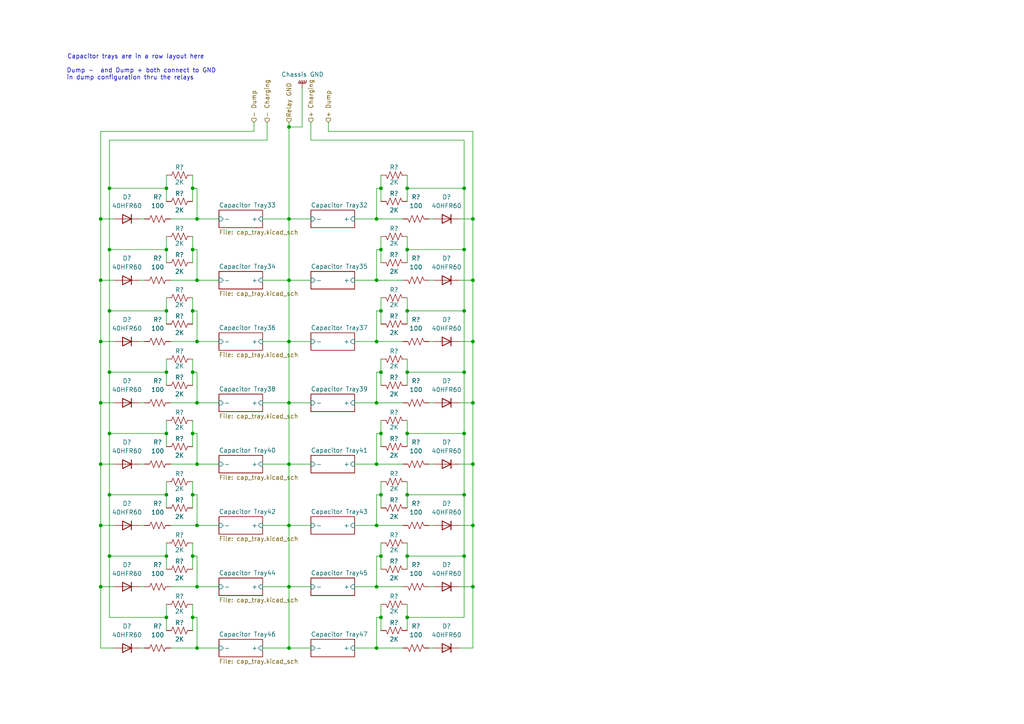
<source format=kicad_sch>
(kicad_sch (version 20231120) (generator "eeschema") (generator_version "8.0")
  (paper "A4")
  (lib_symbols
    (symbol "Device:D" (pin_numbers hide) (pin_names (offset 1.016) hide)
      (property "Reference" "D" (at 0 2.54 0))
      (property "Value" "D" (at 0 -2.54 0))
      (symbol "D_0_1"
        (polyline (pts (xy -1.27 1.27) (xy -1.27 -1.27)) (stroke (width 0.254)))
        (polyline (pts (xy 1.27 0) (xy -1.27 0)))
        (polyline (pts (xy 1.27 1.27) (xy 1.27 -1.27) (xy -1.27 0) (xy 1.27 1.27)) (stroke (width 0.254)))
      )
      (symbol "D_1_1"
        (pin passive line (at -3.81 0 0) (length 2.54) (name "K") (number "1"))
        (pin passive line (at 3.81 0 180) (length 2.54) (name "A") (number "2"))
      )
    )
    (symbol "Device:R_US" (pin_numbers hide) (pin_names (offset 0))
      (property "Reference" "R" (at 2.54 0 90))
      (property "Value" "R_US" (at -2.54 0 90))
      (symbol "R_US_0_1"
        (polyline (pts (xy 0 -2.286) (xy 0 -2.54)))
        (polyline (pts (xy 0 2.286) (xy 0 2.54)))
        (polyline (pts (xy 0 -0.762) (xy 1.016 -1.143) (xy 0 -1.524) (xy -1.016 -1.905) (xy 0 -2.286)))
        (polyline (pts (xy 0 0.762) (xy 1.016 0.381) (xy 0 0) (xy -1.016 -0.381) (xy 0 -0.762)))
        (polyline (pts (xy 0 2.286) (xy 1.016 1.905) (xy 0 1.524) (xy -1.016 1.143) (xy 0 0.762)))
      )
      (symbol "R_US_1_1"
        (pin passive line (at 0 3.81 270) (length 1.27) (name "~") (number "1"))
        (pin passive line (at 0 -3.81 90) (length 1.27) (name "~") (number "2"))
      )
    )
    (symbol "power:GNDPWR" (power) (pin_numbers hide) (pin_names (offset 0) hide)
      (property "Value" "GNDPWR" (at 0 -3.302 0))
      (symbol "GNDPWR_0_1"
        (polyline (pts (xy 0 -1.27) (xy 0 0)))
        (polyline (pts (xy -1.016 -1.27) (xy -1.27 -2.032) (xy -1.27 -2.032)) (stroke (width 0.2032)))
        (polyline (pts (xy -0.508 -1.27) (xy -0.762 -2.032) (xy -0.762 -2.032)) (stroke (width 0.2032)))
        (polyline (pts (xy 0 -1.27) (xy -0.254 -2.032) (xy -0.254 -2.032)) (stroke (width 0.2032)))
        (polyline (pts (xy 0.508 -1.27) (xy 0.254 -2.032) (xy 0.254 -2.032)) (stroke (width 0.2032)))
        (polyline (pts (xy 1.016 -1.27) (xy -1.016 -1.27) (xy -1.016 -1.27)) (stroke (width 0.2032)))
        (polyline (pts (xy 1.016 -1.27) (xy 0.762 -2.032) (xy 0.762 -2.032) (xy 0.762 -2.032)) (stroke (width 0.2032)))
      )
      (symbol "GNDPWR_1_1"
        (pin power_in line (at 0 0 270) (length 0) (name "~") (number "1"))
      )
    )
  )
  (junction (at 57.15 63.5))
  (junction (at 48.26 179.07))
  (junction (at 83.82 152.4))
  (junction (at 57.15 152.4))
  (junction (at 31.75 143.51))
  (junction (at 109.22 63.5))
  (junction (at 48.26 125.73))
  (junction (at 118.11 179.07))
  (junction (at 48.26 161.29))
  (junction (at 109.22 81.28))
  (junction (at 110.49 179.07))
  (junction (at 83.82 116.84))
  (junction (at 29.21 134.62))
  (junction (at 55.88 54.61))
  (junction (at 109.22 134.62))
  (junction (at 110.49 125.73))
  (junction (at 57.15 81.28))
  (junction (at 83.82 99.06))
  (junction (at 29.21 63.5))
  (junction (at 29.21 116.84))
  (junction (at 48.26 72.39))
  (junction (at 110.49 90.17))
  (junction (at 118.11 54.61))
  (junction (at 57.15 116.84))
  (junction (at 55.88 179.07))
  (junction (at 48.26 107.95))
  (junction (at 110.49 107.95))
  (junction (at 134.62 90.17))
  (junction (at 48.26 90.17))
  (junction (at 57.15 99.06))
  (junction (at 31.75 72.39))
  (junction (at 83.82 36.83))
  (junction (at 118.11 143.51))
  (junction (at 118.11 72.39))
  (junction (at 110.49 143.51))
  (junction (at 83.82 134.62))
  (junction (at 109.22 170.18))
  (junction (at 29.21 99.06))
  (junction (at 29.21 170.18))
  (junction (at 118.11 161.29))
  (junction (at 110.49 72.39))
  (junction (at 55.88 161.29))
  (junction (at 137.16 116.84))
  (junction (at 118.11 90.17))
  (junction (at 137.16 134.62))
  (junction (at 31.75 107.95))
  (junction (at 57.15 187.96))
  (junction (at 134.62 143.51))
  (junction (at 29.21 81.28))
  (junction (at 110.49 161.29))
  (junction (at 134.62 72.39))
  (junction (at 134.62 125.73))
  (junction (at 134.62 107.95))
  (junction (at 48.26 143.51))
  (junction (at 31.75 161.29))
  (junction (at 55.88 72.39))
  (junction (at 83.82 187.96))
  (junction (at 83.82 170.18))
  (junction (at 83.82 63.5))
  (junction (at 29.21 152.4))
  (junction (at 57.15 134.62))
  (junction (at 31.75 125.73))
  (junction (at 137.16 81.28))
  (junction (at 118.11 107.95))
  (junction (at 134.62 54.61))
  (junction (at 83.82 81.28))
  (junction (at 109.22 116.84))
  (junction (at 137.16 152.4))
  (junction (at 110.49 54.61))
  (junction (at 55.88 107.95))
  (junction (at 109.22 187.96))
  (junction (at 55.88 125.73))
  (junction (at 55.88 90.17))
  (junction (at 137.16 63.5))
  (junction (at 118.11 125.73))
  (junction (at 109.22 152.4))
  (junction (at 109.22 99.06))
  (junction (at 137.16 170.18))
  (junction (at 57.15 170.18))
  (junction (at 48.26 54.61))
  (junction (at 55.88 143.51))
  (junction (at 31.75 54.61))
  (junction (at 134.62 161.29))
  (junction (at 31.75 90.17))
  (junction (at 137.16 99.06))
  (wire (pts (xy 134.62 40.64) (xy 90.17 40.64)))
  (wire (pts (xy 83.82 116.84) (xy 83.82 134.62)))
  (wire (pts (xy 83.82 152.4) (xy 90.17 152.4)))
  (wire (pts (xy 109.22 134.62) (xy 102.87 134.62)))
  (wire (pts (xy 134.62 107.95) (xy 118.11 107.95)))
  (wire (pts (xy 49.53 187.96) (xy 57.15 187.96)))
  (wire (pts (xy 31.75 107.95) (xy 48.26 107.95)))
  (wire (pts (xy 125.73 187.96) (xy 124.46 187.96)))
  (wire (pts (xy 31.75 125.73) (xy 48.26 125.73)))
  (wire (pts (xy 29.21 152.4) (xy 33.02 152.4)))
  (wire (pts (xy 110.49 161.29) (xy 110.49 165.1)))
  (wire (pts (xy 57.15 134.62) (xy 63.5 134.62)))
  (wire (pts (xy 48.26 68.58) (xy 48.26 72.39)))
  (wire (pts (xy 116.84 170.18) (xy 109.22 170.18)))
  (wire (pts (xy 87.63 25.4) (xy 87.63 36.83)))
  (wire (pts (xy 76.2 170.18) (xy 83.82 170.18)))
  (wire (pts (xy 48.26 143.51) (xy 48.26 147.32)))
  (wire (pts (xy 125.73 63.5) (xy 124.46 63.5)))
  (wire (pts (xy 110.49 121.92) (xy 110.49 125.73)))
  (wire (pts (xy 83.82 99.06) (xy 90.17 99.06)))
  (wire (pts (xy 125.73 152.4) (xy 124.46 152.4)))
  (wire (pts (xy 48.26 72.39) (xy 48.26 76.2)))
  (wire (pts (xy 29.21 99.06) (xy 33.02 99.06)))
  (wire (pts (xy 83.82 134.62) (xy 83.82 152.4)))
  (wire (pts (xy 109.22 116.84) (xy 102.87 116.84)))
  (wire (pts (xy 137.16 116.84) (xy 137.16 134.62)))
  (wire (pts (xy 137.16 81.28) (xy 133.35 81.28)))
  (wire (pts (xy 137.16 134.62) (xy 133.35 134.62)))
  (wire (pts (xy 110.49 107.95) (xy 110.49 111.76)))
  (wire (pts (xy 57.15 125.73) (xy 57.15 134.62)))
  (wire (pts (xy 31.75 40.64) (xy 77.47 40.64)))
  (wire (pts (xy 55.88 90.17) (xy 55.88 93.98)))
  (wire (pts (xy 95.25 38.1) (xy 137.16 38.1)))
  (wire (pts (xy 116.84 116.84) (xy 109.22 116.84)))
  (wire (pts (xy 76.2 152.4) (xy 83.82 152.4)))
  (wire (pts (xy 55.88 107.95) (xy 55.88 111.76)))
  (wire (pts (xy 83.82 99.06) (xy 83.82 116.84)))
  (wire (pts (xy 83.82 36.83) (xy 87.63 36.83)))
  (wire (pts (xy 137.16 99.06) (xy 133.35 99.06)))
  (wire (pts (xy 31.75 54.61) (xy 48.26 54.61)))
  (wire (pts (xy 40.64 81.28) (xy 41.91 81.28)))
  (wire (pts (xy 137.16 170.18) (xy 133.35 170.18)))
  (wire (pts (xy 134.62 90.17) (xy 118.11 90.17)))
  (wire (pts (xy 118.11 139.7) (xy 118.11 143.51)))
  (wire (pts (xy 55.88 143.51) (xy 57.15 143.51)))
  (wire (pts (xy 137.16 170.18) (xy 137.16 187.96)))
  (wire (pts (xy 110.49 50.8) (xy 110.49 54.61)))
  (wire (pts (xy 109.22 54.61) (xy 109.22 63.5)))
  (wire (pts (xy 31.75 143.51) (xy 48.26 143.51)))
  (wire (pts (xy 83.82 35.56) (xy 83.82 36.83)))
  (wire (pts (xy 110.49 86.36) (xy 110.49 90.17)))
  (wire (pts (xy 118.11 125.73) (xy 118.11 129.54)))
  (wire (pts (xy 134.62 90.17) (xy 134.62 107.95)))
  (wire (pts (xy 118.11 68.58) (xy 118.11 72.39)))
  (wire (pts (xy 55.88 125.73) (xy 57.15 125.73)))
  (wire (pts (xy 83.82 170.18) (xy 83.82 187.96)))
  (wire (pts (xy 55.88 54.61) (xy 55.88 58.42)))
  (wire (pts (xy 110.49 161.29) (xy 109.22 161.29)))
  (wire (pts (xy 134.62 179.07) (xy 118.11 179.07)))
  (wire (pts (xy 57.15 99.06) (xy 63.5 99.06)))
  (wire (pts (xy 95.25 38.1) (xy 95.25 35.56)))
  (wire (pts (xy 55.88 90.17) (xy 57.15 90.17)))
  (wire (pts (xy 134.62 143.51) (xy 118.11 143.51)))
  (wire (pts (xy 134.62 54.61) (xy 118.11 54.61)))
  (wire (pts (xy 57.15 72.39) (xy 57.15 81.28)))
  (wire (pts (xy 57.15 116.84) (xy 63.5 116.84)))
  (wire (pts (xy 109.22 90.17) (xy 109.22 99.06)))
  (wire (pts (xy 49.53 99.06) (xy 57.15 99.06)))
  (wire (pts (xy 118.11 54.61) (xy 118.11 58.42)))
  (wire (pts (xy 57.15 152.4) (xy 63.5 152.4)))
  (wire (pts (xy 48.26 90.17) (xy 48.26 93.98)))
  (wire (pts (xy 48.26 86.36) (xy 48.26 90.17)))
  (wire (pts (xy 29.21 63.5) (xy 29.21 81.28)))
  (wire (pts (xy 118.11 90.17) (xy 118.11 93.98)))
  (wire (pts (xy 57.15 54.61) (xy 57.15 63.5)))
  (wire (pts (xy 55.88 179.07) (xy 55.88 182.88)))
  (wire (pts (xy 83.82 36.83) (xy 83.82 63.5)))
  (wire (pts (xy 110.49 54.61) (xy 109.22 54.61)))
  (wire (pts (xy 109.22 63.5) (xy 102.87 63.5)))
  (wire (pts (xy 55.88 161.29) (xy 57.15 161.29)))
  (wire (pts (xy 110.49 157.48) (xy 110.49 161.29)))
  (wire (pts (xy 125.73 116.84) (xy 124.46 116.84)))
  (wire (pts (xy 55.88 54.61) (xy 57.15 54.61)))
  (wire (pts (xy 31.75 40.64) (xy 31.75 54.61)))
  (wire (pts (xy 83.82 116.84) (xy 90.17 116.84)))
  (wire (pts (xy 57.15 187.96) (xy 63.5 187.96)))
  (wire (pts (xy 29.21 187.96) (xy 33.02 187.96)))
  (wire (pts (xy 125.73 134.62) (xy 124.46 134.62)))
  (wire (pts (xy 116.84 187.96) (xy 109.22 187.96)))
  (wire (pts (xy 40.64 152.4) (xy 41.91 152.4)))
  (wire (pts (xy 48.26 157.48) (xy 48.26 161.29)))
  (wire (pts (xy 116.84 81.28) (xy 109.22 81.28)))
  (wire (pts (xy 90.17 63.5) (xy 83.82 63.5)))
  (wire (pts (xy 55.88 121.92) (xy 55.88 125.73)))
  (wire (pts (xy 31.75 161.29) (xy 48.26 161.29)))
  (wire (pts (xy 29.21 134.62) (xy 33.02 134.62)))
  (wire (pts (xy 29.21 99.06) (xy 29.21 116.84)))
  (wire (pts (xy 76.2 63.5) (xy 83.82 63.5)))
  (wire (pts (xy 49.53 116.84) (xy 57.15 116.84)))
  (wire (pts (xy 134.62 107.95) (xy 134.62 125.73)))
  (wire (pts (xy 110.49 72.39) (xy 109.22 72.39)))
  (wire (pts (xy 57.15 107.95) (xy 57.15 116.84)))
  (wire (pts (xy 118.11 104.14) (xy 118.11 107.95)))
  (wire (pts (xy 31.75 72.39) (xy 48.26 72.39)))
  (wire (pts (xy 31.75 179.07) (xy 48.26 179.07)))
  (wire (pts (xy 118.11 72.39) (xy 118.11 76.2)))
  (wire (pts (xy 137.16 134.62) (xy 137.16 152.4)))
  (wire (pts (xy 134.62 72.39) (xy 134.62 90.17)))
  (wire (pts (xy 31.75 125.73) (xy 31.75 143.51)))
  (wire (pts (xy 137.16 38.1) (xy 137.16 63.5)))
  (wire (pts (xy 29.21 116.84) (xy 29.21 134.62)))
  (wire (pts (xy 83.82 170.18) (xy 90.17 170.18)))
  (wire (pts (xy 57.15 170.18) (xy 63.5 170.18)))
  (wire (pts (xy 73.66 38.1) (xy 29.21 38.1)))
  (wire (pts (xy 29.21 63.5) (xy 33.02 63.5)))
  (wire (pts (xy 118.11 161.29) (xy 118.11 165.1)))
  (wire (pts (xy 109.22 107.95) (xy 109.22 116.84)))
  (wire (pts (xy 118.11 157.48) (xy 118.11 161.29)))
  (wire (pts (xy 49.53 81.28) (xy 57.15 81.28)))
  (wire (pts (xy 109.22 143.51) (xy 109.22 152.4)))
  (wire (pts (xy 109.22 152.4) (xy 102.87 152.4)))
  (wire (pts (xy 83.82 152.4) (xy 83.82 170.18)))
  (wire (pts (xy 55.88 139.7) (xy 55.88 143.51)))
  (wire (pts (xy 31.75 107.95) (xy 31.75 125.73)))
  (wire (pts (xy 29.21 81.28) (xy 29.21 99.06)))
  (wire (pts (xy 31.75 90.17) (xy 31.75 107.95)))
  (wire (pts (xy 118.11 50.8) (xy 118.11 54.61)))
  (wire (pts (xy 77.47 35.56) (xy 77.47 40.64)))
  (wire (pts (xy 49.53 134.62) (xy 57.15 134.62)))
  (wire (pts (xy 29.21 152.4) (xy 29.21 170.18)))
  (wire (pts (xy 57.15 81.28) (xy 63.5 81.28)))
  (wire (pts (xy 31.75 90.17) (xy 48.26 90.17)))
  (wire (pts (xy 118.11 107.95) (xy 118.11 111.76)))
  (wire (pts (xy 76.2 99.06) (xy 83.82 99.06)))
  (wire (pts (xy 48.26 161.29) (xy 48.26 165.1)))
  (wire (pts (xy 137.16 152.4) (xy 133.35 152.4)))
  (wire (pts (xy 137.16 187.96) (xy 133.35 187.96)))
  (wire (pts (xy 116.84 152.4) (xy 109.22 152.4)))
  (wire (pts (xy 125.73 81.28) (xy 124.46 81.28)))
  (wire (pts (xy 109.22 179.07) (xy 109.22 187.96)))
  (wire (pts (xy 55.88 157.48) (xy 55.88 161.29)))
  (wire (pts (xy 83.82 187.96) (xy 90.17 187.96)))
  (wire (pts (xy 116.84 63.5) (xy 109.22 63.5)))
  (wire (pts (xy 49.53 63.5) (xy 57.15 63.5)))
  (wire (pts (xy 31.75 72.39) (xy 31.75 90.17)))
  (wire (pts (xy 134.62 161.29) (xy 134.62 179.07)))
  (wire (pts (xy 90.17 40.64) (xy 90.17 35.56)))
  (wire (pts (xy 55.88 104.14) (xy 55.88 107.95)))
  (wire (pts (xy 40.64 116.84) (xy 41.91 116.84)))
  (wire (pts (xy 55.88 125.73) (xy 55.88 129.54)))
  (wire (pts (xy 110.49 125.73) (xy 109.22 125.73)))
  (wire (pts (xy 57.15 179.07) (xy 57.15 187.96)))
  (wire (pts (xy 29.21 38.1) (xy 29.21 63.5)))
  (wire (pts (xy 83.82 81.28) (xy 83.82 99.06)))
  (wire (pts (xy 40.64 187.96) (xy 41.91 187.96)))
  (wire (pts (xy 109.22 72.39) (xy 109.22 81.28)))
  (wire (pts (xy 31.75 54.61) (xy 31.75 72.39)))
  (wire (pts (xy 48.26 175.26) (xy 48.26 179.07)))
  (wire (pts (xy 55.88 175.26) (xy 55.88 179.07)))
  (wire (pts (xy 109.22 99.06) (xy 102.87 99.06)))
  (wire (pts (xy 55.88 143.51) (xy 55.88 147.32)))
  (wire (pts (xy 134.62 143.51) (xy 134.62 161.29)))
  (wire (pts (xy 40.64 63.5) (xy 41.91 63.5)))
  (wire (pts (xy 137.16 99.06) (xy 137.16 116.84)))
  (wire (pts (xy 31.75 161.29) (xy 31.75 179.07)))
  (wire (pts (xy 137.16 152.4) (xy 137.16 170.18)))
  (wire (pts (xy 57.15 63.5) (xy 63.5 63.5)))
  (wire (pts (xy 55.88 86.36) (xy 55.88 90.17)))
  (wire (pts (xy 134.62 72.39) (xy 118.11 72.39)))
  (wire (pts (xy 109.22 161.29) (xy 109.22 170.18)))
  (wire (pts (xy 48.26 50.8) (xy 48.26 54.61)))
  (wire (pts (xy 29.21 81.28) (xy 33.02 81.28)))
  (wire (pts (xy 55.88 72.39) (xy 57.15 72.39)))
  (wire (pts (xy 118.11 121.92) (xy 118.11 125.73)))
  (wire (pts (xy 31.75 143.51) (xy 31.75 161.29)))
  (wire (pts (xy 116.84 134.62) (xy 109.22 134.62)))
  (wire (pts (xy 110.49 143.51) (xy 109.22 143.51)))
  (wire (pts (xy 137.16 81.28) (xy 137.16 99.06)))
  (wire (pts (xy 40.64 99.06) (xy 41.91 99.06)))
  (wire (pts (xy 76.2 116.84) (xy 83.82 116.84)))
  (wire (pts (xy 48.26 125.73) (xy 48.26 129.54)))
  (wire (pts (xy 137.16 63.5) (xy 137.16 81.28)))
  (wire (pts (xy 134.62 161.29) (xy 118.11 161.29)))
  (wire (pts (xy 125.73 99.06) (xy 124.46 99.06)))
  (wire (pts (xy 110.49 143.51) (xy 110.49 147.32)))
  (wire (pts (xy 49.53 152.4) (xy 57.15 152.4)))
  (wire (pts (xy 110.49 179.07) (xy 109.22 179.07)))
  (wire (pts (xy 125.73 170.18) (xy 124.46 170.18)))
  (wire (pts (xy 110.49 139.7) (xy 110.49 143.51)))
  (wire (pts (xy 118.11 143.51) (xy 118.11 147.32)))
  (wire (pts (xy 110.49 125.73) (xy 110.49 129.54)))
  (wire (pts (xy 137.16 116.84) (xy 133.35 116.84)))
  (wire (pts (xy 29.21 116.84) (xy 33.02 116.84)))
  (wire (pts (xy 109.22 187.96) (xy 102.87 187.96)))
  (wire (pts (xy 134.62 54.61) (xy 134.62 72.39)))
  (wire (pts (xy 110.49 72.39) (xy 110.49 76.2)))
  (wire (pts (xy 57.15 143.51) (xy 57.15 152.4)))
  (wire (pts (xy 40.64 134.62) (xy 41.91 134.62)))
  (wire (pts (xy 118.11 179.07) (xy 118.11 182.88)))
  (wire (pts (xy 118.11 175.26) (xy 118.11 179.07)))
  (wire (pts (xy 110.49 90.17) (xy 110.49 93.98)))
  (wire (pts (xy 29.21 170.18) (xy 29.21 187.96)))
  (wire (pts (xy 48.26 54.61) (xy 48.26 58.42)))
  (wire (pts (xy 134.62 40.64) (xy 134.62 54.61)))
  (wire (pts (xy 48.26 179.07) (xy 48.26 182.88)))
  (wire (pts (xy 109.22 170.18) (xy 102.87 170.18)))
  (wire (pts (xy 83.82 134.62) (xy 90.17 134.62)))
  (wire (pts (xy 29.21 134.62) (xy 29.21 152.4)))
  (wire (pts (xy 110.49 68.58) (xy 110.49 72.39)))
  (wire (pts (xy 110.49 107.95) (xy 109.22 107.95)))
  (wire (pts (xy 48.26 107.95) (xy 48.26 111.76)))
  (wire (pts (xy 109.22 81.28) (xy 102.87 81.28)))
  (wire (pts (xy 118.11 86.36) (xy 118.11 90.17)))
  (wire (pts (xy 110.49 90.17) (xy 109.22 90.17)))
  (wire (pts (xy 48.26 104.14) (xy 48.26 107.95)))
  (wire (pts (xy 40.64 170.18) (xy 41.91 170.18)))
  (wire (pts (xy 83.82 81.28) (xy 90.17 81.28)))
  (wire (pts (xy 55.88 72.39) (xy 55.88 76.2)))
  (wire (pts (xy 55.88 68.58) (xy 55.88 72.39)))
  (wire (pts (xy 57.15 161.29) (xy 57.15 170.18)))
  (wire (pts (xy 110.49 104.14) (xy 110.49 107.95)))
  (wire (pts (xy 49.53 170.18) (xy 57.15 170.18)))
  (wire (pts (xy 55.88 107.95) (xy 57.15 107.95)))
  (wire (pts (xy 76.2 187.96) (xy 83.82 187.96)))
  (wire (pts (xy 48.26 121.92) (xy 48.26 125.73)))
  (wire (pts (xy 109.22 125.73) (xy 109.22 134.62)))
  (wire (pts (xy 83.82 63.5) (xy 83.82 81.28)))
  (wire (pts (xy 55.88 179.07) (xy 57.15 179.07)))
  (wire (pts (xy 134.62 125.73) (xy 134.62 143.51)))
  (wire (pts (xy 73.66 35.56) (xy 73.66 38.1)))
  (wire (pts (xy 55.88 50.8) (xy 55.88 54.61)))
  (wire (pts (xy 76.2 134.62) (xy 83.82 134.62)))
  (wire (pts (xy 110.49 179.07) (xy 110.49 182.88)))
  (wire (pts (xy 48.26 139.7) (xy 48.26 143.51)))
  (wire (pts (xy 29.21 170.18) (xy 33.02 170.18)))
  (wire (pts (xy 55.88 161.29) (xy 55.88 165.1)))
  (wire (pts (xy 110.49 54.61) (xy 110.49 58.42)))
  (wire (pts (xy 116.84 99.06) (xy 109.22 99.06)))
  (wire (pts (xy 76.2 81.28) (xy 83.82 81.28)))
  (wire (pts (xy 57.15 90.17) (xy 57.15 99.06)))
  (wire (pts (xy 137.16 63.5) (xy 133.35 63.5)))
  (wire (pts (xy 134.62 125.73) (xy 118.11 125.73)))
  (wire (pts (xy 110.49 175.26) (xy 110.49 179.07)))
  (text "Dump -  and Dump + both connect to GND\nin dump configuration thru the relays" (at 19.304 21.59 0) (effects (font (size 1.27 1.27)) (justify left)))
  (text "Capacitor trays are in a row layout here" (at 39.37 16.51 0) (effects (font (size 1.27 1.27))))
  (hierarchical_label "+ Charging" (shape input) (at 90.17 35.56 90))
  (hierarchical_label "Relay GND" (shape input) (at 83.82 35.56 90))
  (hierarchical_label "- Charging" (shape input) (at 77.47 35.56 90))
  (hierarchical_label "- Dump" (shape input) (at 73.66 35.56 90))
  (hierarchical_label "+ Dump" (shape input) (at 95.25 35.56 90))
  (symbol (lib_id "Device:D") (at 129.54 170.18 0) (mirror y) (unit 1)
    (property "Reference" "D?" (at 129.54 163.83 0))
    (property "Value" "40HFR60" (at 129.54 166.37 0))
    (property "Description" "Diode" (effects (hide yes)))
    (property "Sim.Device" "D" (effects (hide yes)))
    (property "Sim.Pins" "1=K 2=A" (effects (hide yes)))
  )
  (symbol (lib_id "Device:R_US") (at 120.65 170.18 270) (mirror x) (unit 1)
    (property "Reference" "R?" (at 120.65 163.83 90))
    (property "Value" "100" (at 120.65 166.37 90))
    (property "Description" "Resistor, US symbol" (effects (hide yes)))
  )
  (symbol (lib_id "Device:R_US") (at 114.3 129.54 270) (mirror x) (unit 1)
    (property "Reference" "R?" (at 114.3 127.254 90))
    (property "Value" "2K" (at 114.3 132.08 90))
    (property "Description" "Resistor, US symbol" (effects (hide yes)))
  )
  (symbol (lib_id "Device:R_US") (at 120.65 99.06 270) (mirror x) (unit 1)
    (property "Reference" "R?" (at 120.65 92.71 90))
    (property "Value" "100" (at 120.65 95.25 90))
    (property "Description" "Resistor, US symbol" (effects (hide yes)))
  )
  (symbol (lib_id "Device:R_US") (at 114.3 147.32 270) (mirror x) (unit 1)
    (property "Reference" "R?" (at 114.3 145.034 90))
    (property "Value" "2K" (at 114.3 149.86 90))
    (property "Description" "Resistor, US symbol" (effects (hide yes)))
  )
  (symbol (lib_id "Device:R_US") (at 52.07 165.1 90) (unit 1)
    (property "Reference" "R?" (at 52.07 162.814 90))
    (property "Value" "2K" (at 52.07 167.64 90))
    (property "Description" "Resistor, US symbol" (effects (hide yes)))
  )
  (symbol (lib_id "Device:R_US") (at 114.3 86.36 270) (mirror x) (unit 1)
    (property "Reference" "R?" (at 114.3 84.074 90))
    (property "Value" "2K" (at 114.3 88.392 90))
    (property "Description" "Resistor, US symbol" (effects (hide yes)))
  )
  (symbol (lib_id "Device:D") (at 129.54 99.06 0) (mirror y) (unit 1)
    (property "Reference" "D?" (at 129.54 92.71 0))
    (property "Value" "40HFR60" (at 129.54 95.25 0))
    (property "Description" "Diode" (effects (hide yes)))
    (property "Sim.Device" "D" (effects (hide yes)))
    (property "Sim.Pins" "1=K 2=A" (effects (hide yes)))
  )
  (symbol (lib_id "Device:R_US") (at 45.72 63.5 90) (unit 1)
    (property "Reference" "R?" (at 45.72 57.15 90))
    (property "Value" "100" (at 45.72 59.69 90))
    (property "Description" "Resistor, US symbol" (effects (hide yes)))
  )
  (symbol (lib_id "Device:R_US") (at 120.65 187.96 270) (mirror x) (unit 1)
    (property "Reference" "R?" (at 120.65 181.61 90))
    (property "Value" "100" (at 120.65 184.15 90))
    (property "Description" "Resistor, US symbol" (effects (hide yes)))
  )
  (symbol (lib_id "Device:D") (at 36.83 116.84 180) (unit 1)
    (property "Reference" "D?" (at 36.83 110.49 0))
    (property "Value" "40HFR60" (at 36.83 113.03 0))
    (property "Description" "Diode" (effects (hide yes)))
    (property "Sim.Device" "D" (effects (hide yes)))
    (property "Sim.Pins" "1=K 2=A" (effects (hide yes)))
  )
  (symbol (lib_id "Device:R_US") (at 52.07 175.26 90) (unit 1)
    (property "Reference" "R?" (at 52.07 172.974 90))
    (property "Value" "2K" (at 52.07 177.292 90))
    (property "Description" "Resistor, US symbol" (effects (hide yes)))
  )
  (symbol (lib_id "Device:D") (at 36.83 170.18 180) (unit 1)
    (property "Reference" "D?" (at 36.83 163.83 0))
    (property "Value" "40HFR60" (at 36.83 166.37 0))
    (property "Description" "Diode" (effects (hide yes)))
    (property "Sim.Device" "D" (effects (hide yes)))
    (property "Sim.Pins" "1=K 2=A" (effects (hide yes)))
  )
  (symbol (lib_id "Device:R_US") (at 52.07 58.42 90) (unit 1)
    (property "Reference" "R?" (at 52.07 56.134 90))
    (property "Value" "2K" (at 52.07 60.96 90))
    (property "Description" "Resistor, US symbol" (effects (hide yes)))
  )
  (symbol (lib_id "Device:R_US") (at 114.3 165.1 270) (mirror x) (unit 1)
    (property "Reference" "R?" (at 114.3 162.814 90))
    (property "Value" "2K" (at 114.3 167.64 90))
    (property "Description" "Resistor, US symbol" (effects (hide yes)))
  )
  (symbol (lib_id "Device:R_US") (at 52.07 111.76 90) (unit 1)
    (property "Reference" "R?" (at 52.07 109.474 90))
    (property "Value" "2K" (at 52.07 114.3 90))
    (property "Description" "Resistor, US symbol" (effects (hide yes)))
  )
  (symbol (lib_id "Device:R_US") (at 52.07 129.54 90) (unit 1)
    (property "Reference" "R?" (at 52.07 127.254 90))
    (property "Value" "2K" (at 52.07 132.08 90))
    (property "Description" "Resistor, US symbol" (effects (hide yes)))
  )
  (symbol (lib_id "Device:R_US") (at 114.3 182.88 270) (mirror x) (unit 1)
    (property "Reference" "R?" (at 114.3 180.594 90))
    (property "Value" "2K" (at 114.3 185.42 90))
    (property "Description" "Resistor, US symbol" (effects (hide yes)))
  )
  (symbol (lib_id "Device:R_US") (at 120.65 116.84 270) (mirror x) (unit 1)
    (property "Reference" "R?" (at 120.65 110.49 90))
    (property "Value" "100" (at 120.65 113.03 90))
    (property "Description" "Resistor, US symbol" (effects (hide yes)))
  )
  (symbol (lib_id "Device:R_US") (at 114.3 68.58 270) (mirror x) (unit 1)
    (property "Reference" "R?" (at 114.3 66.294 90))
    (property "Value" "2K" (at 114.3 70.612 90))
    (property "Description" "Resistor, US symbol" (effects (hide yes)))
  )
  (symbol (lib_id "Device:D") (at 129.54 187.96 0) (mirror y) (unit 1)
    (property "Reference" "D?" (at 129.54 181.61 0))
    (property "Value" "40HFR60" (at 129.54 184.15 0))
    (property "Description" "Diode" (effects (hide yes)))
    (property "Sim.Device" "D" (effects (hide yes)))
    (property "Sim.Pins" "1=K 2=A" (effects (hide yes)))
  )
  (symbol (lib_id "Device:R_US") (at 52.07 104.14 90) (unit 1)
    (property "Reference" "R?" (at 52.07 101.854 90))
    (property "Value" "2K" (at 52.07 106.172 90))
    (property "Description" "Resistor, US symbol" (effects (hide yes)))
  )
  (symbol (lib_id "Device:R_US") (at 45.72 170.18 90) (unit 1)
    (property "Reference" "R?" (at 45.72 163.83 90))
    (property "Value" "100" (at 45.72 166.37 90))
    (property "Description" "Resistor, US symbol" (effects (hide yes)))
  )
  (symbol (lib_id "Device:D") (at 36.83 81.28 180) (unit 1)
    (property "Reference" "D?" (at 36.83 74.93 0))
    (property "Value" "40HFR60" (at 36.83 77.47 0))
    (property "Description" "Diode" (effects (hide yes)))
    (property "Sim.Device" "D" (effects (hide yes)))
    (property "Sim.Pins" "1=K 2=A" (effects (hide yes)))
  )
  (symbol (lib_id "Device:R_US") (at 114.3 175.26 270) (mirror x) (unit 1)
    (property "Reference" "R?" (at 114.3 172.974 90))
    (property "Value" "2K" (at 114.3 177.292 90))
    (property "Description" "Resistor, US symbol" (effects (hide yes)))
  )
  (symbol (lib_id "Device:D") (at 129.54 81.28 0) (mirror y) (unit 1)
    (property "Reference" "D?" (at 129.54 74.93 0))
    (property "Value" "40HFR60" (at 129.54 77.47 0))
    (property "Description" "Diode" (effects (hide yes)))
    (property "Sim.Device" "D" (effects (hide yes)))
    (property "Sim.Pins" "1=K 2=A" (effects (hide yes)))
  )
  (symbol (lib_id "Device:R_US") (at 52.07 76.2 90) (unit 1)
    (property "Reference" "R?" (at 52.07 73.914 90))
    (property "Value" "2K" (at 52.07 78.74 90))
    (property "Description" "Resistor, US symbol" (effects (hide yes)))
  )
  (symbol (lib_id "power:GNDPWR") (at 87.63 25.4 180) (unit 1)
    (property "Reference" "#PWR03" (effects (hide yes)))
    (property "Value" "Chassis GND" (at 87.757 21.59 0))
    (property "Description" "Power symbol creates a global label with name \"GNDPWR\" , global ground" (effects (hide yes)))
  )
  (symbol (lib_id "Device:R_US") (at 52.07 93.98 90) (unit 1)
    (property "Reference" "R?" (at 52.07 91.694 90))
    (property "Value" "2K" (at 52.07 96.52 90))
    (property "Description" "Resistor, US symbol" (effects (hide yes)))
  )
  (symbol (lib_id "Device:R_US") (at 114.3 157.48 270) (mirror x) (unit 1)
    (property "Reference" "R?" (at 114.3 155.194 90))
    (property "Value" "2K" (at 114.3 159.512 90))
    (property "Description" "Resistor, US symbol" (effects (hide yes)))
  )
  (symbol (lib_id "Device:R_US") (at 114.3 50.8 270) (mirror x) (unit 1)
    (property "Reference" "R?" (at 114.3 48.514 90))
    (property "Value" "2K" (at 114.3 52.832 90))
    (property "Description" "Resistor, US symbol" (effects (hide yes)))
  )
  (symbol (lib_id "Device:R_US") (at 52.07 157.48 90) (unit 1)
    (property "Reference" "R?" (at 52.07 155.194 90))
    (property "Value" "2K" (at 52.07 159.512 90))
    (property "Description" "Resistor, US symbol" (effects (hide yes)))
  )
  (symbol (lib_id "Device:D") (at 129.54 134.62 0) (mirror y) (unit 1)
    (property "Reference" "D?" (at 129.54 128.27 0))
    (property "Value" "40HFR60" (at 129.54 130.81 0))
    (property "Description" "Diode" (effects (hide yes)))
    (property "Sim.Device" "D" (effects (hide yes)))
    (property "Sim.Pins" "1=K 2=A" (effects (hide yes)))
  )
  (symbol (lib_id "Device:R_US") (at 52.07 68.58 90) (unit 1)
    (property "Reference" "R?" (at 52.07 66.294 90))
    (property "Value" "2K" (at 52.07 70.612 90))
    (property "Description" "Resistor, US symbol" (effects (hide yes)))
  )
  (symbol (lib_id "Device:R_US") (at 45.72 99.06 90) (unit 1)
    (property "Reference" "R?" (at 45.72 92.71 90))
    (property "Value" "100" (at 45.72 95.25 90))
    (property "Description" "Resistor, US symbol" (effects (hide yes)))
  )
  (symbol (lib_id "Device:R_US") (at 52.07 139.7 90) (unit 1)
    (property "Reference" "R?" (at 52.07 137.414 90))
    (property "Value" "2K" (at 52.07 141.732 90))
    (property "Description" "Resistor, US symbol" (effects (hide yes)))
  )
  (symbol (lib_id "Device:R_US") (at 114.3 104.14 270) (mirror x) (unit 1)
    (property "Reference" "R?" (at 114.3 101.854 90))
    (property "Value" "2K" (at 114.3 106.172 90))
    (property "Description" "Resistor, US symbol" (effects (hide yes)))
  )
  (symbol (lib_id "Device:R_US") (at 114.3 58.42 270) (mirror x) (unit 1)
    (property "Reference" "R?" (at 114.3 56.134 90))
    (property "Value" "2K" (at 114.3 60.96 90))
    (property "Description" "Resistor, US symbol" (effects (hide yes)))
  )
  (symbol (lib_id "Device:R_US") (at 114.3 111.76 270) (mirror x) (unit 1)
    (property "Reference" "R?" (at 114.3 109.474 90))
    (property "Value" "2K" (at 114.3 114.3 90))
    (property "Description" "Resistor, US symbol" (effects (hide yes)))
  )
  (symbol (lib_id "Device:D") (at 36.83 99.06 180) (unit 1)
    (property "Reference" "D?" (at 36.83 92.71 0))
    (property "Value" "40HFR60" (at 36.83 95.25 0))
    (property "Description" "Diode" (effects (hide yes)))
    (property "Sim.Device" "D" (effects (hide yes)))
    (property "Sim.Pins" "1=K 2=A" (effects (hide yes)))
  )
  (symbol (lib_id "Device:D") (at 36.83 134.62 180) (unit 1)
    (property "Reference" "D?" (at 36.83 128.27 0))
    (property "Value" "40HFR60" (at 36.83 130.81 0))
    (property "Description" "Diode" (effects (hide yes)))
    (property "Sim.Device" "D" (effects (hide yes)))
    (property "Sim.Pins" "1=K 2=A" (effects (hide yes)))
  )
  (symbol (lib_id "Device:R_US") (at 45.72 187.96 90) (unit 1)
    (property "Reference" "R?" (at 45.72 181.61 90))
    (property "Value" "100" (at 45.72 184.15 90))
    (property "Description" "Resistor, US symbol" (effects (hide yes)))
  )
  (symbol (lib_id "Device:R_US") (at 120.65 152.4 270) (mirror x) (unit 1)
    (property "Reference" "R?" (at 120.65 146.05 90))
    (property "Value" "100" (at 120.65 148.59 90))
    (property "Description" "Resistor, US symbol" (effects (hide yes)))
  )
  (symbol (lib_id "Device:R_US") (at 114.3 121.92 270) (mirror x) (unit 1)
    (property "Reference" "R?" (at 114.3 119.634 90))
    (property "Value" "2K" (at 114.3 123.952 90))
    (property "Description" "Resistor, US symbol" (effects (hide yes)))
  )
  (symbol (lib_id "Device:R_US") (at 114.3 139.7 270) (mirror x) (unit 1)
    (property "Reference" "R?" (at 114.3 137.414 90))
    (property "Value" "2K" (at 114.3 141.732 90))
    (property "Description" "Resistor, US symbol" (effects (hide yes)))
  )
  (symbol (lib_id "Device:D") (at 36.83 63.5 180) (unit 1)
    (property "Reference" "D?" (at 36.83 57.15 0))
    (property "Value" "40HFR60" (at 36.83 59.69 0))
    (property "Description" "Diode" (effects (hide yes)))
    (property "Sim.Device" "D" (effects (hide yes)))
    (property "Sim.Pins" "1=K 2=A" (effects (hide yes)))
  )
  (symbol (lib_id "Device:D") (at 129.54 152.4 0) (mirror y) (unit 1)
    (property "Reference" "D?" (at 129.54 146.05 0))
    (property "Value" "40HFR60" (at 129.54 148.59 0))
    (property "Description" "Diode" (effects (hide yes)))
    (property "Sim.Device" "D" (effects (hide yes)))
    (property "Sim.Pins" "1=K 2=A" (effects (hide yes)))
  )
  (symbol (lib_id "Device:R_US") (at 45.72 152.4 90) (unit 1)
    (property "Reference" "R?" (at 45.72 146.05 90))
    (property "Value" "100" (at 45.72 148.59 90))
    (property "Description" "Resistor, US symbol" (effects (hide yes)))
  )
  (symbol (lib_id "Device:R_US") (at 114.3 93.98 270) (mirror x) (unit 1)
    (property "Reference" "R?" (at 114.3 91.694 90))
    (property "Value" "2K" (at 114.3 96.52 90))
    (property "Description" "Resistor, US symbol" (effects (hide yes)))
  )
  (symbol (lib_id "Device:R_US") (at 45.72 81.28 90) (unit 1)
    (property "Reference" "R?" (at 45.72 74.93 90))
    (property "Value" "100" (at 45.72 77.47 90))
    (property "Description" "Resistor, US symbol" (effects (hide yes)))
  )
  (symbol (lib_id "Device:R_US") (at 52.07 50.8 90) (unit 1)
    (property "Reference" "R?" (at 52.07 48.514 90))
    (property "Value" "2K" (at 52.07 52.832 90))
    (property "Description" "Resistor, US symbol" (effects (hide yes)))
  )
  (symbol (lib_id "Device:R_US") (at 45.72 116.84 90) (unit 1)
    (property "Reference" "R?" (at 45.72 110.49 90))
    (property "Value" "100" (at 45.72 113.03 90))
    (property "Description" "Resistor, US symbol" (effects (hide yes)))
  )
  (symbol (lib_id "Device:D") (at 36.83 187.96 180) (unit 1)
    (property "Reference" "D?" (at 36.83 181.61 0))
    (property "Value" "40HFR60" (at 36.83 184.15 0))
    (property "Description" "Diode" (effects (hide yes)))
    (property "Sim.Device" "D" (effects (hide yes)))
    (property "Sim.Pins" "1=K 2=A" (effects (hide yes)))
  )
  (symbol (lib_id "Device:R_US") (at 52.07 182.88 90) (unit 1)
    (property "Reference" "R?" (at 52.07 180.594 90))
    (property "Value" "2K" (at 52.07 185.42 90))
    (property "Description" "Resistor, US symbol" (effects (hide yes)))
  )
  (symbol (lib_id "Device:R_US") (at 114.3 76.2 270) (mirror x) (unit 1)
    (property "Reference" "R?" (at 114.3 73.914 90))
    (property "Value" "2K" (at 114.3 78.74 90))
    (property "Description" "Resistor, US symbol" (effects (hide yes)))
  )
  (symbol (lib_id "Device:R_US") (at 52.07 121.92 90) (unit 1)
    (property "Reference" "R?" (at 52.07 119.634 90))
    (property "Value" "2K" (at 52.07 123.952 90))
    (property "Description" "Resistor, US symbol" (effects (hide yes)))
  )
  (symbol (lib_id "Device:R_US") (at 52.07 86.36 90) (unit 1)
    (property "Reference" "R?" (at 52.07 84.074 90))
    (property "Value" "2K" (at 52.07 88.392 90))
    (property "Description" "Resistor, US symbol" (effects (hide yes)))
  )
  (symbol (lib_id "Device:R_US") (at 120.65 63.5 270) (mirror x) (unit 1)
    (property "Reference" "R?" (at 120.65 57.15 90))
    (property "Value" "100" (at 120.65 59.69 90))
    (property "Description" "Resistor, US symbol" (effects (hide yes)))
  )
  (symbol (lib_id "Device:R_US") (at 120.65 134.62 270) (mirror x) (unit 1)
    (property "Reference" "R?" (at 120.65 128.27 90))
    (property "Value" "100" (at 120.65 130.81 90))
    (property "Description" "Resistor, US symbol" (effects (hide yes)))
  )
  (symbol (lib_id "Device:R_US") (at 52.07 147.32 90) (unit 1)
    (property "Reference" "R?" (at 52.07 145.034 90))
    (property "Value" "2K" (at 52.07 149.86 90))
    (property "Description" "Resistor, US symbol" (effects (hide yes)))
  )
  (symbol (lib_id "Device:D") (at 129.54 116.84 0) (mirror y) (unit 1)
    (property "Reference" "D?" (at 129.54 110.49 0))
    (property "Value" "40HFR60" (at 129.54 113.03 0))
    (property "Description" "Diode" (effects (hide yes)))
    (property "Sim.Device" "D" (effects (hide yes)))
    (property "Sim.Pins" "1=K 2=A" (effects (hide yes)))
  )
  (symbol (lib_id "Device:D") (at 36.83 152.4 180) (unit 1)
    (property "Reference" "D?" (at 36.83 146.05 0))
    (property "Value" "40HFR60" (at 36.83 148.59 0))
    (property "Description" "Diode" (effects (hide yes)))
    (property "Sim.Device" "D" (effects (hide yes)))
    (property "Sim.Pins" "1=K 2=A" (effects (hide yes)))
  )
  (symbol (lib_id "Device:R_US") (at 120.65 81.28 270) (mirror x) (unit 1)
    (property "Reference" "R?" (at 120.65 74.93 90))
    (property "Value" "100" (at 120.65 77.47 90))
    (property "Description" "Resistor, US symbol" (effects (hide yes)))
  )
  (symbol (lib_id "Device:D") (at 129.54 63.5 0) (mirror y) (unit 1)
    (property "Reference" "D?" (at 129.54 57.15 0))
    (property "Value" "40HFR60" (at 129.54 59.69 0))
    (property "Description" "Diode" (effects (hide yes)))
    (property "Sim.Device" "D" (effects (hide yes)))
    (property "Sim.Pins" "1=K 2=A" (effects (hide yes)))
  )
  (symbol (lib_id "Device:R_US") (at 45.72 134.62 90) (unit 1)
    (property "Reference" "R?" (at 45.72 128.27 90))
    (property "Value" "100" (at 45.72 130.81 90))
    (property "Description" "Resistor, US symbol" (effects (hide yes)))
  )
  (sheet (at 90.17 167.64) (size 12.7 5.08) (stroke (width 0.1524))
    (property "Sheetname" "Capacitor Tray45" (at 90.17 166.9284 0) (effects (justify left bottom)))
    (property "Sheetfile" "cap_tray.kicad_sch" (effects (hide yes)))
    (pin "-" input (at 90.17 170.18 180))
    (pin "+" input (at 102.87 170.18 0))
  )
  (sheet (at 90.17 149.86) (size 12.7 5.08) (stroke (width 0.1524))
    (property "Sheetname" "Capacitor Tray43" (at 90.17 149.1484 0) (effects (justify left bottom)))
    (property "Sheetfile" "cap_tray.kicad_sch" (effects (hide yes)))
    (pin "-" input (at 90.17 152.4 180))
    (pin "+" input (at 102.87 152.4 0))
  )
  (sheet (at 90.17 78.74) (size 12.7 5.08) (stroke (width 0.1524))
    (property "Sheetname" "Capacitor Tray35" (at 90.17 78.0284 0) (effects (justify left bottom)))
    (property "Sheetfile" "cap_tray.kicad_sch" (effects (hide yes)))
    (pin "-" input (at 90.17 81.28 180))
    (pin "+" input (at 102.87 81.28 0))
  )
  (sheet (at 90.17 185.42) (size 12.7 5.08) (stroke (width 0.1524))
    (property "Sheetname" "Capacitor Tray47" (at 90.17 184.7084 0) (effects (justify left bottom)))
    (property "Sheetfile" "cap_tray.kicad_sch" (effects (hide yes)))
    (pin "-" input (at 90.17 187.96 180))
    (pin "+" input (at 102.87 187.96 0))
  )
  (sheet (at 63.5 114.3) (size 12.7 5.08) (stroke (width 0.1524))
    (property "Sheetname" "Capacitor Tray38" (at 63.5 113.5884 0) (effects (justify left bottom)))
    (property "Sheetfile" "cap_tray.kicad_sch" (at 63.5 119.9646 0) (effects (justify left top)))
    (pin "-" input (at 63.5 116.84 180))
    (pin "+" input (at 76.2 116.84 0))
  )
  (sheet (at 63.5 185.42) (size 12.7 5.08) (stroke (width 0.1524))
    (property "Sheetname" "Capacitor Tray46" (at 63.5 184.7084 0) (effects (justify left bottom)))
    (property "Sheetfile" "cap_tray.kicad_sch" (at 63.5 191.0846 0) (effects (justify left top)))
    (pin "-" input (at 63.5 187.96 180))
    (pin "+" input (at 76.2 187.96 0))
  )
  (sheet (at 90.17 132.08) (size 12.7 5.08) (stroke (width 0.1524))
    (property "Sheetname" "Capacitor Tray41" (at 90.17 131.3684 0) (effects (justify left bottom)))
    (property "Sheetfile" "cap_tray.kicad_sch" (effects (hide yes)))
    (pin "-" input (at 90.17 134.62 180))
    (pin "+" input (at 102.87 134.62 0))
  )
  (sheet (at 63.5 60.96) (size 12.7 5.08) (stroke (width 0.1524))
    (property "Sheetname" "Capacitor Tray33" (at 63.5 60.2484 0) (effects (justify left bottom)))
    (property "Sheetfile" "cap_tray.kicad_sch" (at 63.5 66.6246 0) (effects (justify left top)))
    (pin "-" input (at 63.5 63.5 180))
    (pin "+" input (at 76.2 63.5 0))
  )
  (sheet (at 90.17 114.3) (size 12.7 5.08) (stroke (width 0.1524))
    (property "Sheetname" "Capacitor Tray39" (at 90.17 113.5884 0) (effects (justify left bottom)))
    (property "Sheetfile" "cap_tray.kicad_sch" (effects (hide yes)))
    (pin "-" input (at 90.17 116.84 180))
    (pin "+" input (at 102.87 116.84 0))
  )
  (sheet (at 63.5 149.86) (size 12.7 5.08) (stroke (width 0.1524))
    (property "Sheetname" "Capacitor Tray42" (at 63.5 149.1484 0) (effects (justify left bottom)))
    (property "Sheetfile" "cap_tray.kicad_sch" (at 63.5 155.5246 0) (effects (justify left top)))
    (pin "-" input (at 63.5 152.4 180))
    (pin "+" input (at 76.2 152.4 0))
  )
  (sheet (at 63.5 167.64) (size 12.7 5.08) (stroke (width 0.1524))
    (property "Sheetname" "Capacitor Tray44" (at 63.5 166.9284 0) (effects (justify left bottom)))
    (property "Sheetfile" "cap_tray.kicad_sch" (at 63.5 173.3046 0) (effects (justify left top)))
    (pin "-" input (at 63.5 170.18 180))
    (pin "+" input (at 76.2 170.18 0))
  )
  (sheet (at 63.5 96.52) (size 12.7 5.08) (stroke (width 0.1524))
    (property "Sheetname" "Capacitor Tray36" (at 63.5 95.8084 0) (effects (justify left bottom)))
    (property "Sheetfile" "cap_tray.kicad_sch" (at 63.5 102.1846 0) (effects (justify left top)))
    (pin "-" input (at 63.5 99.06 180))
    (pin "+" input (at 76.2 99.06 0))
  )
  (sheet (at 90.17 96.52) (size 12.7 5.08) (stroke (width 0.1524))
    (property "Sheetname" "Capacitor Tray37" (at 90.17 95.8084 0) (effects (justify left bottom)))
    (property "Sheetfile" "cap_tray.kicad_sch" (effects (hide yes)))
    (pin "-" input (at 90.17 99.06 180))
    (pin "+" input (at 102.87 99.06 0))
  )
  (sheet (at 63.5 78.74) (size 12.7 5.08) (stroke (width 0.1524))
    (property "Sheetname" "Capacitor Tray34" (at 63.5 78.0284 0) (effects (justify left bottom)))
    (property "Sheetfile" "cap_tray.kicad_sch" (at 63.5 84.4046 0) (effects (justify left top)))
    (pin "-" input (at 63.5 81.28 180))
    (pin "+" input (at 76.2 81.28 0))
  )
  (sheet (at 90.17 60.96) (size 12.7 5.08) (stroke (width 0.1524))
    (property "Sheetname" "Capacitor Tray32" (at 90.17 60.2484 0) (effects (justify left bottom)))
    (property "Sheetfile" "cap_tray.kicad_sch" (effects (hide yes)))
    (pin "-" input (at 90.17 63.5 180))
    (pin "+" input (at 102.87 63.5 0))
  )
  (sheet (at 63.5 132.08) (size 12.7 5.08) (stroke (width 0.1524))
    (property "Sheetname" "Capacitor Tray40" (at 63.5 131.3684 0) (effects (justify left bottom)))
    (property "Sheetfile" "cap_tray.kicad_sch" (at 63.5 137.7446 0) (effects (justify left top)))
    (pin "-" input (at 63.5 134.62 180))
    (pin "+" input (at 76.2 134.62 0))
  )
)
</source>
